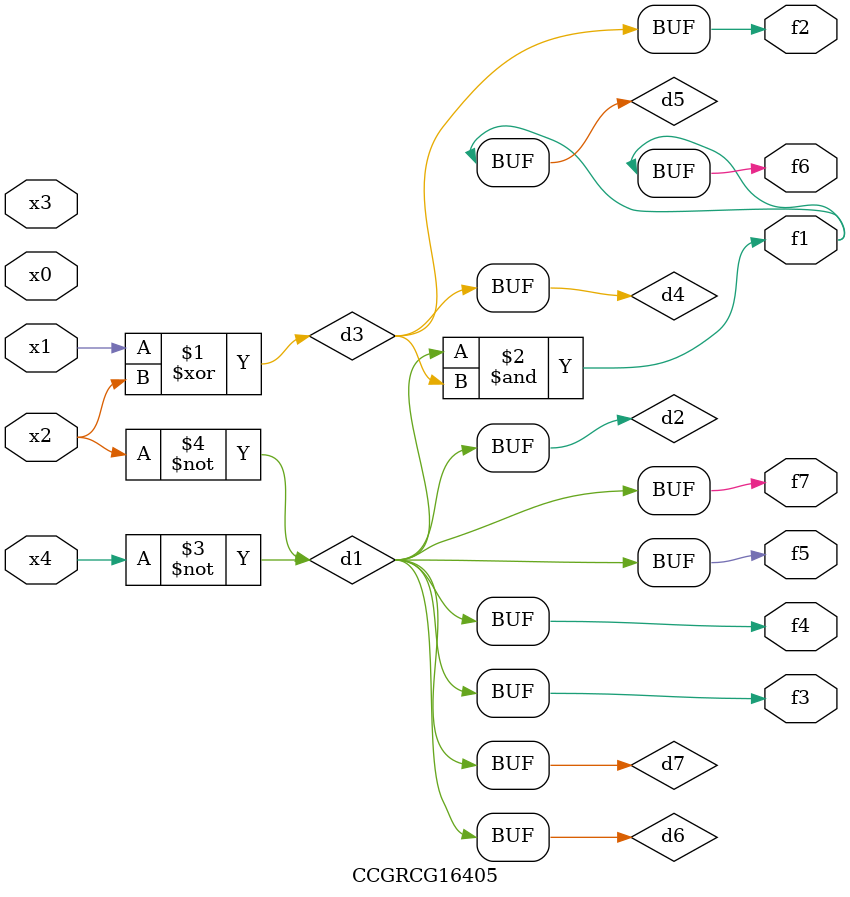
<source format=v>
module CCGRCG16405(
	input x0, x1, x2, x3, x4,
	output f1, f2, f3, f4, f5, f6, f7
);

	wire d1, d2, d3, d4, d5, d6, d7;

	not (d1, x4);
	not (d2, x2);
	xor (d3, x1, x2);
	buf (d4, d3);
	and (d5, d1, d3);
	buf (d6, d1, d2);
	buf (d7, d2);
	assign f1 = d5;
	assign f2 = d4;
	assign f3 = d7;
	assign f4 = d7;
	assign f5 = d7;
	assign f6 = d5;
	assign f7 = d7;
endmodule

</source>
